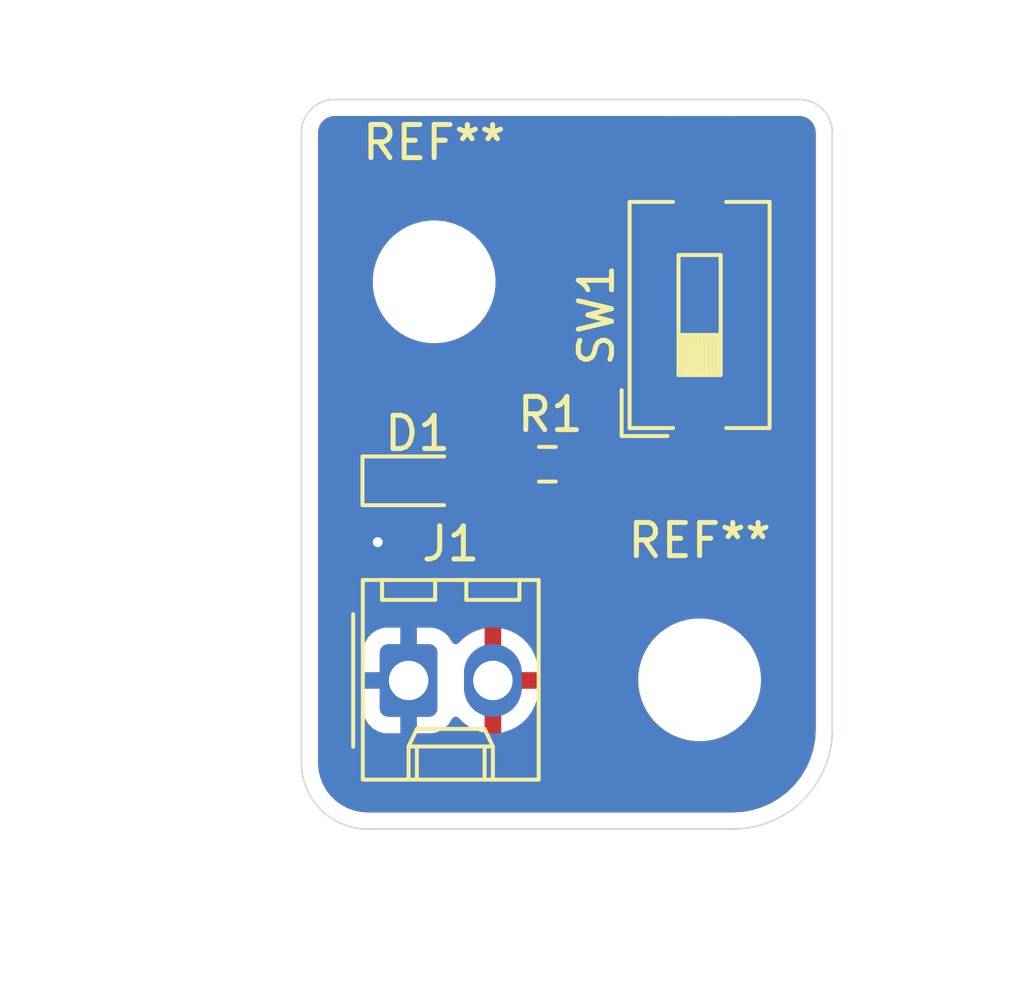
<source format=kicad_pcb>
(kicad_pcb (version 20240108) (generator "pcbnew") (generator_version "8.0")
  (title_block (title "Led Proj") (date "2024-10-02") (rev "1.0") (company "Illini Solar Car") (comment 1 "Designed by Gage Leffler"))
  (layers (0 "F.Cu" signal) (31 "B.Cu" signal) (34 "B.Paste" user) (35 "F.Paste" user) (36 "B.SilkS" user "B.Silkscreen") (37 "F.SilkS" user "F.Silkscreen") (38 "B.Mask" user) (39 "F.Mask" user) (44 "Edge.Cuts" user))
  (net 0 "")
  (net 1 "GND")
  (net 2 "Net-(D1-A)")
  (net 3 "+3V3")
  (net 4 "Net-(R1-Pad1)")
  (footprint "MountingHole:MountingHole_3.2mm_M3" (layer "F.Cu") (at 151 92.5)
    (property "Reference" "REF**" (at 0 -4.2 0) (layer "F.SilkS"))
    (property "Value" "MountingHole_3.2mm_M3")
    (pad "" np_thru_hole circle (at 0 0) (size 3.2 3.2) (drill 3.2) (layers "*.Cu" "*.Mask"))
  )
  (footprint "LED_SMD:LED_0603_1608Metric_Pad1.05x0.95mm_HandSolder" (layer "F.Cu") (at 142.5 86.5)
    (property "Reference" "D1" (at 0 -1.43 0) (layer "F.SilkS"))
    (property "Value" "LED_Green")
    (fp_line (start -1.66 -0.735) (end -1.66 0.735) (stroke (width 0.12)) (layer "F.SilkS"))
    (fp_line (start -1.66 0.735) (end 0.8 0.735) (stroke (width 0.12)) (layer "F.SilkS"))
    (fp_line (start 0.8 -0.735) (end -1.66 -0.735) (stroke (width 0.12)) (layer "F.SilkS"))
    (pad "1" smd roundrect (at -0.875 0) (size 1.05 0.95) (layers "F.Cu" "F.Paste" "F.Mask") (net 1 "GND"))
    (pad "2" smd roundrect (at 0.875 0) (size 1.05 0.95) (layers "F.Cu" "F.Paste" "F.Mask") (net 2 "Net-(D1-A)"))
  )
  (footprint "MountingHole:MountingHole_3.2mm_M3" (layer "F.Cu") (at 143 80.5)
    (property "Reference" "REF**" (at 0 -4.2 0) (layer "F.SilkS"))
    (property "Value" "MountingHole_3.2mm_M3")
    (pad "" np_thru_hole circle (at 0 0) (size 3.2 3.2) (drill 3.2) (layers "*.Cu" "*.Mask"))
  )
  (footprint "Resistor_SMD:R_0603_1608Metric_Pad0.98x0.95mm_HandSolder" (layer "F.Cu") (at 146.4125 86 180)
    (property "Reference" "R1" (at -0.0875 1.5 0) (layer "F.SilkS"))
    (property "Value" "105")
    (fp_line (start -0.254724 0.5225) (end 0.254724 0.5225) (stroke (width 0.12)) (layer "F.SilkS"))
    (fp_line (start -0.254724 -0.5225) (end 0.254724 -0.5225) (stroke (width 0.12)) (layer "F.SilkS"))
    (pad "1" smd roundrect (at -0.9125 0 180) (size 0.975 0.95) (layers "F.Cu" "F.Paste" "F.Mask") (net 4 "Net-(R1-Pad1)"))
    (pad "2" smd roundrect (at 0.9125 0 180) (size 0.975 0.95) (layers "F.Cu" "F.Paste" "F.Mask") (net 2 "Net-(D1-A)"))
  )
  (footprint "Connector_Molex:Molex_KK-254_AE-6410-02A_1x02_P2.54mm_Vertical" (layer "F.Cu") (at 142.23 92.52)
    (property "Reference" "J1" (at 1.27 -4.12 0) (layer "F.SilkS"))
    (property "Value" "Conn_01x02")
    (fp_line (start -1.67 -2) (end -1.67 2) (stroke (width 0.12)) (layer "F.SilkS"))
    (fp_line (start -1.38 -3.03) (end -1.38 2.99) (stroke (width 0.12)) (layer "F.SilkS"))
    (fp_line (start -1.38 2.99) (end 3.92 2.99) (stroke (width 0.12)) (layer "F.SilkS"))
    (fp_line (start -0.8 -3.03) (end -0.8 -2.43) (stroke (width 0.12)) (layer "F.SilkS"))
    (fp_line (start -0.8 -2.43) (end 0.8 -2.43) (stroke (width 0.12)) (layer "F.SilkS"))
    (fp_line (start 0 1.99) (end 0.25 1.46) (stroke (width 0.12)) (layer "F.SilkS"))
    (fp_line (start 0 1.99) (end 2.54 1.99) (stroke (width 0.12)) (layer "F.SilkS"))
    (fp_line (start 0 2.99) (end 0 1.99) (stroke (width 0.12)) (layer "F.SilkS"))
    (fp_line (start 0.25 1.46) (end 2.29 1.46) (stroke (width 0.12)) (layer "F.SilkS"))
    (fp_line (start 0.25 2.99) (end 0.25 1.99) (stroke (width 0.12)) (layer "F.SilkS"))
    (fp_line (start 0.8 -2.43) (end 0.8 -3.03) (stroke (width 0.12)) (layer "F.SilkS"))
    (fp_line (start 1.74 -3.03) (end 1.74 -2.43) (stroke (width 0.12)) (layer "F.SilkS"))
    (fp_line (start 1.74 -2.43) (end 3.34 -2.43) (stroke (width 0.12)) (layer "F.SilkS"))
    (fp_line (start 2.29 1.46) (end 2.54 1.99) (stroke (width 0.12)) (layer "F.SilkS"))
    (fp_line (start 2.29 2.99) (end 2.29 1.99) (stroke (width 0.12)) (layer "F.SilkS"))
    (fp_line (start 2.54 1.99) (end 2.54 2.99) (stroke (width 0.12)) (layer "F.SilkS"))
    (fp_line (start 3.34 -2.43) (end 3.34 -3.03) (stroke (width 0.12)) (layer "F.SilkS"))
    (fp_line (start 3.92 -3.03) (end -1.38 -3.03) (stroke (width 0.12)) (layer "F.SilkS"))
    (fp_line (start 3.92 2.99) (end 3.92 -3.03) (stroke (width 0.12)) (layer "F.SilkS"))
    (pad "1" thru_hole roundrect (at 0 0) (size 1.74 2.19) (drill 1.19) (layers "*.Cu" "*.Mask") (roundrect_rratio 0.143678) (net 1 "GND"))
    (pad "2" thru_hole oval (at 2.54 0) (size 1.74 2.19) (drill 1.19) (layers "*.Cu" "*.Mask") (net 3 "+3V3"))
  )
  (footprint "Button_Switch_SMD:SW_DIP_SPSTx01_Slide_6.7x4.1mm_W8.61mm_P2.54mm_LowProfile" (layer "F.Cu") (at 151 81.5 90)
    (property "Reference" "SW1" (at 0 -3.11 90) (layer "F.SilkS"))
    (property "Value" "SW_Push")
    (fp_line (start -3.65 -2.35) (end -2.267 -2.35) (stroke (width 0.12)) (layer "F.SilkS"))
    (fp_line (start -3.65 -2.35) (end -3.65 -0.967) (stroke (width 0.12)) (layer "F.SilkS"))
    (fp_line (start 3.41 -2.11) (end 3.41 -0.8) (stroke (width 0.12)) (layer "F.SilkS"))
    (fp_line (start -3.41 -2.11) (end 3.41 -2.11) (stroke (width 0.12)) (layer "F.SilkS"))
    (fp_line (start -3.41 -2.11) (end -3.41 -0.8) (stroke (width 0.12)) (layer "F.SilkS"))
    (fp_line (start 1.81 -0.635) (end -1.81 -0.635) (stroke (width 0.12)) (layer "F.SilkS"))
    (fp_line (start -0.603333 -0.635) (end -0.603333 0.635) (stroke (width 0.12)) (layer "F.SilkS"))
    (fp_line (start -1.81 -0.635) (end -1.81 0.635) (stroke (width 0.12)) (layer "F.SilkS"))
    (fp_line (start -1.81 -0.515) (end -0.603333 -0.515) (stroke (width 0.12)) (layer "F.SilkS"))
    (fp_line (start -1.81 -0.395) (end -0.603333 -0.395) (stroke (width 0.12)) (layer "F.SilkS"))
    (fp_line (start -1.81 -0.275) (end -0.603333 -0.275) (stroke (width 0.12)) (layer "F.SilkS"))
    (fp_line (start -1.81 -0.155) (end -0.603333 -0.155) (stroke (width 0.12)) (layer "F.SilkS"))
    (fp_line (start -1.81 -0.035) (end -0.603333 -0.035) (stroke (width 0.12)) (layer "F.SilkS"))
    (fp_line (start -1.81 0.085) (end -0.603333 0.085) (stroke (width 0.12)) (layer "F.SilkS"))
    (fp_line (start -1.81 0.205) (end -0.603333 0.205) (stroke (width 0.12)) (layer "F.SilkS"))
    (fp_line (start -1.81 0.325) (end -0.603333 0.325) (stroke (width 0.12)) (layer "F.SilkS"))
    (fp_line (start -1.81 0.445) (end -0.603333 0.445) (stroke (width 0.12)) (layer "F.SilkS"))
    (fp_line (start -1.81 0.565) (end -0.603333 0.565) (stroke (width 0.12)) (layer "F.SilkS"))
    (fp_line (start 1.81 0.635) (end 1.81 -0.635) (stroke (width 0.12)) (layer "F.SilkS"))
    (fp_line (start -1.81 0.635) (end 1.81 0.635) (stroke (width 0.12)) (layer "F.SilkS"))
    (fp_line (start 3.41 0.8) (end 3.41 2.11) (stroke (width 0.12)) (layer "F.SilkS"))
    (fp_line (start -3.41 0.8) (end -3.41 2.11) (stroke (width 0.12)) (layer "F.SilkS"))
    (fp_line (start -3.41 2.11) (end 3.41 2.11) (stroke (width 0.12)) (layer "F.SilkS"))
    (pad "1" smd rect (at -4.305 0 90) (size 2.44 1.12) (layers "F.Cu" "F.Paste" "F.Mask") (net 3 "+3V3"))
    (pad "2" smd rect (at 4.305 0 90) (size 2.44 1.12) (layers "F.Cu" "F.Paste" "F.Mask") (net 4 "Net-(R1-Pad1)"))
  )
  (gr_arc (start 155 94) (mid 154.12132 96.12132) (end 152 97) (stroke (width 0.05)) (layer "Edge.Cuts"))
  (gr_line (start 152 97) (end 141 97) (stroke (width 0.05)) (layer "Edge.Cuts"))
  (gr_line (start 155 76) (end 155 94) (stroke (width 0.05)) (layer "Edge.Cuts"))
  (gr_line (start 140 75) (end 154 75) (stroke (width 0.05)) (layer "Edge.Cuts"))
  (gr_arc (start 154 75) (mid 154.707107 75.292893) (end 155 76) (stroke (width 0.05)) (layer "Edge.Cuts"))
  (gr_line (start 139 95) (end 139 76) (stroke (width 0.05)) (layer "Edge.Cuts"))
  (gr_arc (start 139 76) (mid 139.292893 75.292893) (end 140 75) (stroke (width 0.05)) (layer "Edge.Cuts"))
  (gr_arc (start 141 97) (mid 139.585786 96.414214) (end 139 95) (stroke (width 0.05)) (layer "Edge.Cuts"))
  (segment (start 141.625 88.025) (end 141.3 88.35) (width 0.2) (layer "F.Cu") (net 1))
  (segment (start 141.625 86.5) (end 141.625 88.025) (width 0.2) (layer "F.Cu") (net 1))
  (via (at 141.3 88.35) (size 0.6) (drill 0.3) (layers "F.Cu" "B.Cu") (net 1))
  (segment (start 144.23 86.5) (end 143.375 86.5) (width 0.2) (layer "F.Cu") (net 2))
  (segment (start 145.5 86) (end 144.86 86) (width 0.2) (layer "F.Cu") (net 2))
  (segment (start 144.24 86.51) (end 144.23 86.5) (width 0.2) (layer "F.Cu") (net 2))
  (segment (start 144.86 86) (end 144.35 86.51) (width 0.2) (layer "F.Cu") (net 2))
  (segment (start 144.35 86.51) (end 144.24 86.51) (width 0.2) (layer "F.Cu") (net 2))
  (segment (start 148.865 77.195) (end 147.828 78.232) (width 0.2) (layer "F.Cu") (net 4))
  (segment (start 147.828 78.232) (end 147.828 79.756) (width 0.2) (layer "F.Cu") (net 4))
  (segment (start 151 77.195) (end 148.865 77.195) (width 0.2) (layer "F.Cu") (net 4))
  (segment (start 147.32 80.264) (end 147.32 81.534) (width 0.2) (layer "F.Cu") (net 4))
  (segment (start 147.32 81.534) (end 147.325 81.539) (width 0.2) (layer "F.Cu") (net 4))
  (segment (start 147.325 81.539) (end 147.325 86) (width 0.2) (layer "F.Cu") (net 4))
  (segment (start 147.828 79.756) (end 147.32 80.264) (width 0.2) (layer "F.Cu") (net 4))
  (zone (net 3) (net_name "+3V3") (layer "F.Cu") (connect_pads (clearance 0.5)) (min_thickness 0.25) (fill yes (thermal_gap 0.5) (thermal_bridge_width 0.5))
    (polygon (pts (xy 139 75) (xy 155 75) (xy 155 97) (xy 139 97)))
  )
  (zone (net 1) (net_name "GND") (layer "B.Cu") (priority 1) (connect_pads (clearance 0.5)) (min_thickness 0.25) (fill yes (thermal_gap 0.5) (thermal_bridge_width 0.5))
    (polygon (pts (xy 139 75) (xy 155 75) (xy 155 97) (xy 139 97)))
  )
)
</source>
